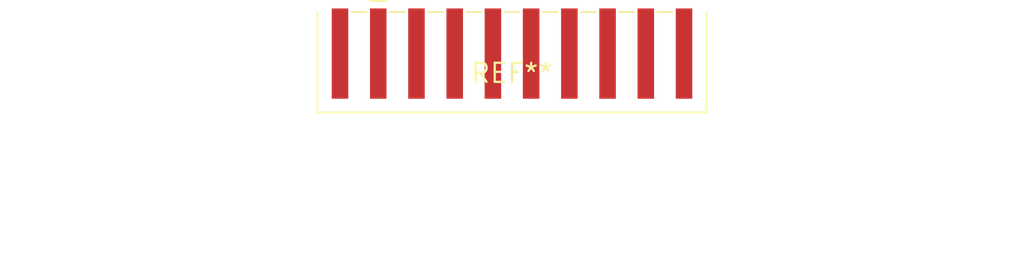
<source format=kicad_pcb>
(kicad_pcb (version 20240108) (generator pcbnew)
  (layers (0 "F.Cu" signal) (31 "B.Cu" signal) (34 "B.Paste" user) (35 "F.Paste" user) (36 "B.SilkS" user "B.Silkscreen") (37 "F.SilkS" user "F.Silkscreen") (38 "B.Mask" user) (39 "F.Mask" user) (44 "Edge.Cuts" user))
  (net 0 "")
  (footprint "Harting_har-flexicon_14110813002xxx_1x08-MP_P2.54mm_Horizontal" (layer "F.Cu") (at 0 0)
    (property "Reference" "REF**")
    (property "Value" "Harting_har-flexicon_14110813002xxx_1x08-MP_P2.54mm_Horizontal")
    (fp_line (start -12.925 -4.06) (end -12.925 2.61) (layer "F.SilkS") (stroke (width 0.12)))
    (fp_line (start -10.668 -4.06) (end -9.652 -4.06) (layer "F.SilkS") (stroke (width 0.12)))
    (fp_line (start -9.44 -4.8) (end -8.34 -4.8) (layer "F.SilkS") (stroke (width 0.12)))
    (fp_line (start -8.128 -4.06) (end -7.112 -4.06) (layer "F.SilkS") (stroke (width 0.12)))
    (fp_line (start -5.588 -4.06) (end -4.572 -4.06) (layer "F.SilkS") (stroke (width 0.12)))
    (fp_line (start -3.048 -4.06) (end -2.032 -4.06) (layer "F.SilkS") (stroke (width 0.12)))
    (fp_line (start -0.508 -4.06) (end 0.508 -4.06) (layer "F.SilkS") (stroke (width 0.12)))
    (fp_line (start 2.032 -4.06) (end 3.048 -4.06) (layer "F.SilkS") (stroke (width 0.12)))
    (fp_line (start 4.572 -4.06) (end 5.588 -4.06) (layer "F.SilkS") (stroke (width 0.12)))
    (fp_line (start 7.112 -4.06) (end 8.128 -4.06) (layer "F.SilkS") (stroke (width 0.12)))
    (fp_line (start 9.652 -4.06) (end 10.668 -4.06) (layer "F.SilkS") (stroke (width 0.12)))
    (fp_line (start 12.925 -4.06) (end 12.925 2.61) (layer "F.SilkS") (stroke (width 0.12)))
    (fp_line (start 12.925 2.61) (end -12.925 2.61) (layer "F.SilkS") (stroke (width 0.12)))
    (pad "" np_thru_hole circle (at -10.16 -1.5) (size 1 1) (drill 1) (layers *.Cu *.Mask))
    (pad "" np_thru_hole circle (at 10.16 -0.9) (size 1 1) (drill 1) (layers *.Cu *.Mask))
    (pad "1" smd rect (at -8.89 -1.3) (size 1.1 6) (layers "F.Cu" "F.Paste" "F.Mask"))
    (pad "2" smd rect (at -6.35 -1.3) (size 1.1 6) (layers "F.Cu" "F.Paste" "F.Mask"))
    (pad "3" smd rect (at -3.81 -1.3) (size 1.1 6) (layers "F.Cu" "F.Paste" "F.Mask"))
    (pad "4" smd rect (at -1.27 -1.3) (size 1.1 6) (layers "F.Cu" "F.Paste" "F.Mask"))
    (pad "5" smd rect (at 1.27 -1.3) (size 1.1 6) (layers "F.Cu" "F.Paste" "F.Mask"))
    (pad "6" smd rect (at 3.81 -1.3) (size 1.1 6) (layers "F.Cu" "F.Paste" "F.Mask"))
    (pad "7" smd rect (at 6.35 -1.3) (size 1.1 6) (layers "F.Cu" "F.Paste" "F.Mask"))
    (pad "8" smd rect (at 8.89 -1.3) (size 1.1 6) (layers "F.Cu" "F.Paste" "F.Mask"))
    (pad "MP" smd rect (at -11.43 -1.3) (size 1.1 6) (layers "F.Cu" "F.Paste" "F.Mask"))
    (pad "MP" smd rect (at 11.43 -1.3) (size 1.1 6) (layers "F.Cu" "F.Paste" "F.Mask"))
  )
)
</source>
